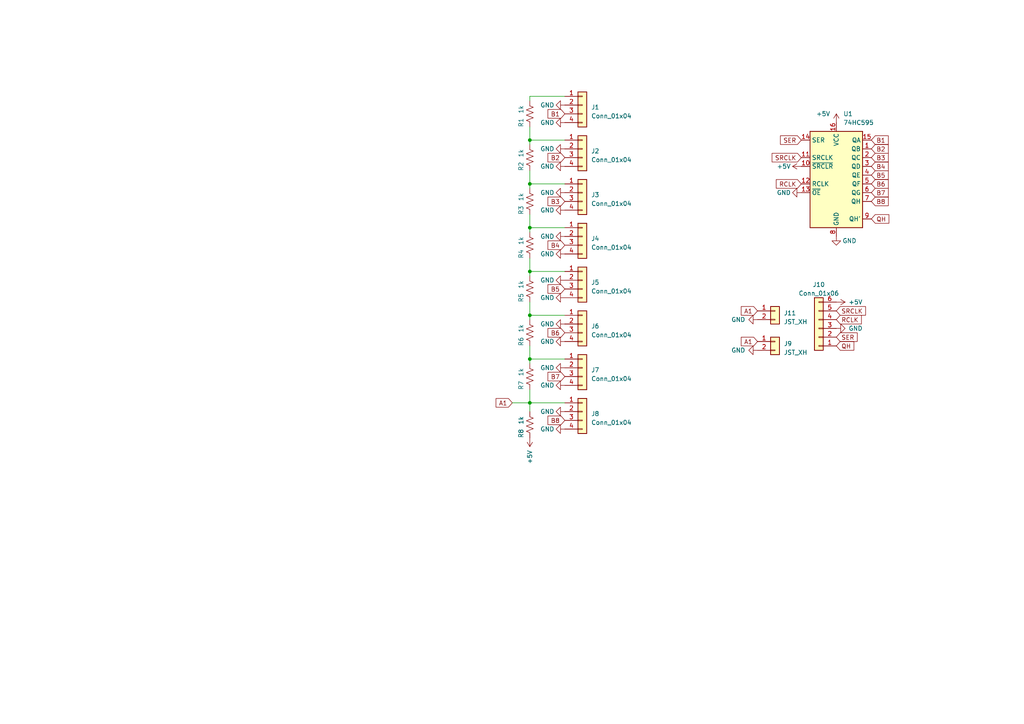
<source format=kicad_sch>
(kicad_sch (version 20230121) (generator eeschema)
  (paper "A4")
  (lib_symbols
    (symbol "4ms_Power:+5V" (power) (pin_names (offset 0))
      (property "Value" "+5V" (at 0 3.556 0))
      (symbol "+5V_0_1"
        (polyline (pts (xy -0.762 1.27) (xy 0 2.54)))
        (polyline (pts (xy 0 0) (xy 0 2.54)))
        (polyline (pts (xy 0 2.54) (xy 0.762 1.27)))
      )
      (symbol "+5V_1_1"
        (pin power_in line (at 0 0 90) (length 0) hide (name "+5V") (number "1"))
      )
    )
    (symbol "4ms_Power:GND" (power) (pin_names (offset 0))
      (property "Value" "GND" (at 0 -3.81 0))
      (symbol "GND_0_1"
        (polyline (pts (xy 0 0) (xy 0 -1.27) (xy 1.27 -1.27) (xy 0 -2.54) (xy -1.27 -1.27) (xy 0 -1.27)))
      )
      (symbol "GND_1_1"
        (pin power_in line (at 0 0 270) (length 0) hide (name "GND") (number "1"))
      )
    )
    (symbol "74xx:74HC595"
      (property "Reference" "U" (at -7.62 13.97 0))
      (property "Value" "74HC595" (at -7.62 -16.51 0))
      (symbol "74HC595_1_0"
        (pin tri_state line (at 10.16 7.62 180) (length 2.54) (name "QB") (number "1"))
        (pin input line (at -10.16 2.54 0) (length 2.54) (name "~{SRCLR}") (number "10"))
        (pin input line (at -10.16 5.08 0) (length 2.54) (name "SRCLK") (number "11"))
        (pin input line (at -10.16 -2.54 0) (length 2.54) (name "RCLK") (number "12"))
        (pin input line (at -10.16 -5.08 0) (length 2.54) (name "~{OE}") (number "13"))
        (pin input line (at -10.16 10.16 0) (length 2.54) (name "SER") (number "14"))
        (pin tri_state line (at 10.16 10.16 180) (length 2.54) (name "QA") (number "15"))
        (pin power_in line (at 0 15.24 270) (length 2.54) (name "VCC") (number "16"))
        (pin tri_state line (at 10.16 5.08 180) (length 2.54) (name "QC") (number "2"))
        (pin tri_state line (at 10.16 2.54 180) (length 2.54) (name "QD") (number "3"))
        (pin tri_state line (at 10.16 0 180) (length 2.54) (name "QE") (number "4"))
        (pin tri_state line (at 10.16 -2.54 180) (length 2.54) (name "QF") (number "5"))
        (pin tri_state line (at 10.16 -5.08 180) (length 2.54) (name "QG") (number "6"))
        (pin tri_state line (at 10.16 -7.62 180) (length 2.54) (name "QH") (number "7"))
        (pin power_in line (at 0 -17.78 90) (length 2.54) (name "GND") (number "8"))
        (pin output line (at 10.16 -12.7 180) (length 2.54) (name "QH'") (number "9"))
      )
      (symbol "74HC595_1_1"
        (rectangle (start -7.62 12.7) (end 7.62 -15.24) (stroke (width 0.254)) (fill (type background)))
      )
    )
    (symbol "Connector_Generic:Conn_01x02" (pin_names (offset 1.016) hide)
      (property "Reference" "J" (at 0 2.54 0))
      (property "Value" "Conn_01x02" (at 0 -5.08 0))
      (symbol "Conn_01x02_1_1"
        (rectangle (start -1.27 -2.413) (end 0 -2.667) (stroke (width 0.1524)))
        (rectangle (start -1.27 0.127) (end 0 -0.127) (stroke (width 0.1524)))
        (rectangle (start -1.27 1.27) (end 1.27 -3.81) (stroke (width 0.254)) (fill (type background)))
        (pin passive line (at -5.08 0 0) (length 3.81) (name "Pin_1") (number "1"))
        (pin passive line (at -5.08 -2.54 0) (length 3.81) (name "Pin_2") (number "2"))
      )
    )
    (symbol "Connector_Generic:Conn_01x04" (pin_names (offset 1.016) hide)
      (property "Reference" "J" (at 0 5.08 0))
      (property "Value" "Conn_01x04" (at 0 -7.62 0))
      (symbol "Conn_01x04_1_1"
        (rectangle (start -1.27 -4.953) (end 0 -5.207) (stroke (width 0.1524)))
        (rectangle (start -1.27 -2.413) (end 0 -2.667) (stroke (width 0.1524)))
        (rectangle (start -1.27 0.127) (end 0 -0.127) (stroke (width 0.1524)))
        (rectangle (start -1.27 2.667) (end 0 2.413) (stroke (width 0.1524)))
        (rectangle (start -1.27 3.81) (end 1.27 -6.35) (stroke (width 0.254)) (fill (type background)))
        (pin passive line (at -5.08 2.54 0) (length 3.81) (name "Pin_1") (number "1"))
        (pin passive line (at -5.08 0 0) (length 3.81) (name "Pin_2") (number "2"))
        (pin passive line (at -5.08 -2.54 0) (length 3.81) (name "Pin_3") (number "3"))
        (pin passive line (at -5.08 -5.08 0) (length 3.81) (name "Pin_4") (number "4"))
      )
    )
    (symbol "Connector_Generic:Conn_01x06" (pin_names (offset 1.016) hide)
      (property "Reference" "J" (at 0 7.62 0))
      (property "Value" "Conn_01x06" (at 0 -10.16 0))
      (symbol "Conn_01x06_1_1"
        (rectangle (start -1.27 -7.493) (end 0 -7.747) (stroke (width 0.1524)))
        (rectangle (start -1.27 -4.953) (end 0 -5.207) (stroke (width 0.1524)))
        (rectangle (start -1.27 -2.413) (end 0 -2.667) (stroke (width 0.1524)))
        (rectangle (start -1.27 0.127) (end 0 -0.127) (stroke (width 0.1524)))
        (rectangle (start -1.27 2.667) (end 0 2.413) (stroke (width 0.1524)))
        (rectangle (start -1.27 5.207) (end 0 4.953) (stroke (width 0.1524)))
        (rectangle (start -1.27 6.35) (end 1.27 -8.89) (stroke (width 0.254)) (fill (type background)))
        (pin passive line (at -5.08 5.08 0) (length 3.81) (name "Pin_1") (number "1"))
        (pin passive line (at -5.08 2.54 0) (length 3.81) (name "Pin_2") (number "2"))
        (pin passive line (at -5.08 0 0) (length 3.81) (name "Pin_3") (number "3"))
        (pin passive line (at -5.08 -2.54 0) (length 3.81) (name "Pin_4") (number "4"))
        (pin passive line (at -5.08 -5.08 0) (length 3.81) (name "Pin_5") (number "5"))
        (pin passive line (at -5.08 -7.62 0) (length 3.81) (name "Pin_6") (number "6"))
      )
    )
    (symbol "Device:R_US" (pin_numbers hide) (pin_names (offset 0))
      (property "Reference" "R" (at 2.54 0 90))
      (property "Value" "R_US" (at -2.54 0 90))
      (symbol "R_US_0_1"
        (polyline (pts (xy 0 -2.286) (xy 0 -2.54)))
        (polyline (pts (xy 0 2.286) (xy 0 2.54)))
        (polyline (pts (xy 0 -0.762) (xy 1.016 -1.143) (xy 0 -1.524) (xy -1.016 -1.905) (xy 0 -2.286)))
        (polyline (pts (xy 0 0.762) (xy 1.016 0.381) (xy 0 0) (xy -1.016 -0.381) (xy 0 -0.762)))
        (polyline (pts (xy 0 2.286) (xy 1.016 1.905) (xy 0 1.524) (xy -1.016 1.143) (xy 0 0.762)))
      )
      (symbol "R_US_1_1"
        (pin passive line (at 0 3.81 270) (length 1.27) (name "~") (number "1"))
        (pin passive line (at 0 -3.81 90) (length 1.27) (name "~") (number "2"))
      )
    )
    (symbol "power:+5V" (power) (pin_names (offset 0))
      (property "Value" "+5V" (at 0 3.556 0))
      (symbol "+5V_0_1"
        (polyline (pts (xy -0.762 1.27) (xy 0 2.54)))
        (polyline (pts (xy 0 0) (xy 0 2.54)))
        (polyline (pts (xy 0 2.54) (xy 0.762 1.27)))
      )
      (symbol "+5V_1_1"
        (pin power_in line (at 0 0 90) (length 0) hide (name "+5V") (number "1"))
      )
    )
    (symbol "power:GND" (power) (pin_names (offset 0))
      (property "Value" "GND" (at 0 -3.81 0))
      (symbol "GND_0_1"
        (polyline (pts (xy 0 0) (xy 0 -1.27) (xy 1.27 -1.27) (xy 0 -2.54) (xy -1.27 -1.27) (xy 0 -1.27)))
      )
      (symbol "GND_1_1"
        (pin power_in line (at 0 0 270) (length 0) hide (name "GND") (number "1"))
      )
    )
  )
  (junction (at 153.67 104.14))
  (junction (at 153.67 53.34))
  (junction (at 153.67 91.44))
  (junction (at 153.67 78.74))
  (junction (at 153.67 116.84))
  (junction (at 153.67 66.04))
  (junction (at 153.67 40.64))
  (wire (pts (xy 153.67 27.94) (xy 153.67 29.21)))
  (wire (pts (xy 153.67 113.03) (xy 153.67 116.84)))
  (wire (pts (xy 153.67 91.44) (xy 153.67 92.71)))
  (wire (pts (xy 153.67 116.84) (xy 153.67 119.38)))
  (wire (pts (xy 163.83 27.94) (xy 153.67 27.94)))
  (wire (pts (xy 148.59 116.84) (xy 153.67 116.84)))
  (wire (pts (xy 153.67 36.83) (xy 153.67 40.64)))
  (wire (pts (xy 153.67 87.63) (xy 153.67 91.44)))
  (wire (pts (xy 153.67 104.14) (xy 153.67 105.41)))
  (wire (pts (xy 163.83 53.34) (xy 153.67 53.34)))
  (wire (pts (xy 153.67 78.74) (xy 153.67 80.01)))
  (wire (pts (xy 153.67 40.64) (xy 153.67 41.91)))
  (wire (pts (xy 153.67 100.33) (xy 153.67 104.14)))
  (wire (pts (xy 153.67 78.74) (xy 163.83 78.74)))
  (wire (pts (xy 153.67 116.84) (xy 163.83 116.84)))
  (wire (pts (xy 153.67 104.14) (xy 163.83 104.14)))
  (wire (pts (xy 153.67 40.64) (xy 163.83 40.64)))
  (wire (pts (xy 153.67 53.34) (xy 153.67 54.61)))
  (wire (pts (xy 153.67 91.44) (xy 163.83 91.44)))
  (wire (pts (xy 153.67 66.04) (xy 163.83 66.04)))
  (wire (pts (xy 153.67 66.04) (xy 153.67 67.31)))
  (wire (pts (xy 153.67 49.53) (xy 153.67 53.34)))
  (wire (pts (xy 153.67 62.23) (xy 153.67 66.04)))
  (wire (pts (xy 153.67 74.93) (xy 153.67 78.74)))
  (global_label "B6" (shape input) (at 163.83 96.52 180) (property "Intersheetrefs" "${INTERSHEET_REFS}" (effects hide)))
  (global_label "RCLK" (shape input) (at 232.41 53.34 180) (property "Intersheetrefs" "${INTERSHEET_REFS}" (effects hide)))
  (global_label "RCLK" (shape input) (at 242.57 92.71 0) (property "Intersheetrefs" "${INTERSHEET_REFS}" (effects hide)))
  (global_label "B5" (shape input) (at 163.83 83.82 180) (property "Intersheetrefs" "${INTERSHEET_REFS}" (effects hide)))
  (global_label "SRCLK" (shape input) (at 232.41 45.72 180) (property "Intersheetrefs" "${INTERSHEET_REFS}" (effects hide)))
  (global_label "SRCLK" (shape input) (at 242.57 90.17 0) (property "Intersheetrefs" "${INTERSHEET_REFS}" (effects hide)))
  (global_label "B2" (shape input) (at 163.83 45.72 180) (property "Intersheetrefs" "${INTERSHEET_REFS}" (effects hide)))
  (global_label "B5" (shape input) (at 252.73 50.8 0) (property "Intersheetrefs" "${INTERSHEET_REFS}" (effects hide)))
  (global_label "A1" (shape input) (at 219.71 99.06 180) (property "Intersheetrefs" "${INTERSHEET_REFS}" (effects hide)))
  (global_label "B3" (shape input) (at 252.73 45.72 0) (property "Intersheetrefs" "${INTERSHEET_REFS}" (effects hide)))
  (global_label "QH" (shape input) (at 252.73 63.5 0) (property "Intersheetrefs" "${INTERSHEET_REFS}" (effects hide)))
  (global_label "B8" (shape input) (at 163.83 121.92 180) (property "Intersheetrefs" "${INTERSHEET_REFS}" (effects hide)))
  (global_label "QH" (shape input) (at 242.57 100.33 0) (property "Intersheetrefs" "${INTERSHEET_REFS}" (effects hide)))
  (global_label "B3" (shape input) (at 163.83 58.42 180) (property "Intersheetrefs" "${INTERSHEET_REFS}" (effects hide)))
  (global_label "B1" (shape input) (at 252.73 40.64 0) (property "Intersheetrefs" "${INTERSHEET_REFS}" (effects hide)))
  (global_label "A1" (shape input) (at 148.59 116.84 180) (property "Intersheetrefs" "${INTERSHEET_REFS}" (effects hide)))
  (global_label "SER" (shape input) (at 232.41 40.64 180) (property "Intersheetrefs" "${INTERSHEET_REFS}" (effects hide)))
  (global_label "B7" (shape input) (at 163.83 109.22 180) (property "Intersheetrefs" "${INTERSHEET_REFS}" (effects hide)))
  (global_label "B4" (shape input) (at 163.83 71.12 180) (property "Intersheetrefs" "${INTERSHEET_REFS}" (effects hide)))
  (global_label "B6" (shape input) (at 252.73 53.34 0) (property "Intersheetrefs" "${INTERSHEET_REFS}" (effects hide)))
  (global_label "B7" (shape input) (at 252.73 55.88 0) (property "Intersheetrefs" "${INTERSHEET_REFS}" (effects hide)))
  (global_label "B8" (shape input) (at 252.73 58.42 0) (property "Intersheetrefs" "${INTERSHEET_REFS}" (effects hide)))
  (global_label "A1" (shape input) (at 219.71 90.17 180) (property "Intersheetrefs" "${INTERSHEET_REFS}" (effects hide)))
  (global_label "B1" (shape input) (at 163.83 33.02 180) (property "Intersheetrefs" "${INTERSHEET_REFS}" (effects hide)))
  (global_label "B4" (shape input) (at 252.73 48.26 0) (property "Intersheetrefs" "${INTERSHEET_REFS}" (effects hide)))
  (global_label "B2" (shape input) (at 252.73 43.18 0) (property "Intersheetrefs" "${INTERSHEET_REFS}" (effects hide)))
  (global_label "SER" (shape input) (at 242.57 97.79 0) (property "Intersheetrefs" "${INTERSHEET_REFS}" (effects hide)))
  (symbol (lib_id "Device:R_US") (at 153.67 33.02 0) (unit 1)
    (property "Reference" "R1" (at 151.13 35.56 90))
    (property "Value" "1k" (at 151.13 31.75 90))
    (property "Footprint" "Resistor_SMD:R_0603_1608Metric" (effects hide))
  )
  (symbol (lib_id "Device:R_US") (at 153.67 83.82 0) (unit 1)
    (property "Reference" "R5" (at 151.13 86.36 90))
    (property "Value" "1k" (at 151.13 82.55 90))
    (property "Footprint" "Resistor_SMD:R_0603_1608Metric" (effects hide))
  )
  (symbol (lib_id "power:GND") (at 163.83 81.28 270) (unit 1)
    (property "Reference" "#PWR013" (effects hide))
    (property "Value" "GND" (at 158.75 81.28 90))
  )
  (symbol (lib_id "4ms_Power:+5V") (at 153.67 127 180) (unit 1)
    (property "Reference" "#PWR023" (effects hide))
    (property "Value" "+5V" (at 153.67 134.62 90) (effects (justify right)))
  )
  (symbol (lib_id "power:GND") (at 163.83 86.36 270) (unit 1)
    (property "Reference" "#PWR014" (effects hide))
    (property "Value" "GND" (at 158.75 86.36 90))
  )
  (symbol (lib_id "4ms_Power:+5V") (at 242.57 87.63 270) (unit 1)
    (property "Reference" "#PWR09" (effects hide))
    (property "Value" "+5V" (at 250.19 87.63 90) (effects (justify right)))
  )
  (symbol (lib_id "Connector_Generic:Conn_01x02") (at 224.79 90.17 0) (unit 1)
    (property "Reference" "J11" (at 227.33 90.805 0) (effects (justify left)))
    (property "Value" "JST_XH" (at 227.33 93.345 0) (effects (justify left)))
    (property "Footprint" "Connector_JST:JST_XH_B2B-XH-A_1x02_P2.50mm_Vertical" (effects hide))
  )
  (symbol (lib_id "Device:R_US") (at 153.67 123.19 0) (unit 1)
    (property "Reference" "R8" (at 151.13 125.73 90))
    (property "Value" "1k" (at 151.13 121.92 90))
    (property "Footprint" "Resistor_SMD:R_0603_1608Metric" (effects hide))
  )
  (symbol (lib_id "Connector_Generic:Conn_01x04") (at 168.91 93.98 0) (unit 1)
    (property "Reference" "J6" (at 171.45 94.615 0) (effects (justify left)))
    (property "Value" "Conn_01x04" (at 171.45 97.155 0) (effects (justify left)))
    (property "Footprint" "Connector_JST:JST_XH_B4B-XH-A_1x04_P2.50mm_Vertical" (effects hide))
  )
  (symbol (lib_id "4ms_Power:GND") (at 242.57 95.25 90) (unit 1)
    (property "Reference" "#PWR010" (effects hide))
    (property "Value" "GND" (at 250.19 95.25 90) (effects (justify left)))
  )
  (symbol (lib_id "power:GND") (at 163.83 124.46 270) (unit 1)
    (property "Reference" "#PWR022" (effects hide))
    (property "Value" "GND" (at 158.75 124.46 90))
  )
  (symbol (lib_id "power:GND") (at 232.41 55.88 270) (unit 1)
    (property "Reference" "#PWR02" (effects hide))
    (property "Value" "GND" (at 227.33 55.88 90))
  )
  (symbol (lib_id "power:GND") (at 163.83 43.18 270) (unit 1)
    (property "Reference" "#PWR03" (effects hide))
    (property "Value" "GND" (at 158.75 43.18 90))
  )
  (symbol (lib_id "Device:R_US") (at 153.67 45.72 0) (unit 1)
    (property "Reference" "R2" (at 151.13 48.26 90))
    (property "Value" "1k" (at 151.13 44.45 90))
    (property "Footprint" "Resistor_SMD:R_0603_1608Metric" (effects hide))
  )
  (symbol (lib_id "power:GND") (at 163.83 30.48 270) (unit 1)
    (property "Reference" "#PWR016" (effects hide))
    (property "Value" "GND" (at 158.75 30.48 90))
  )
  (symbol (lib_id "Connector_Generic:Conn_01x02") (at 224.79 99.06 0) (unit 1)
    (property "Reference" "J9" (at 227.33 99.695 0) (effects (justify left)))
    (property "Value" "JST_XH" (at 227.33 102.235 0) (effects (justify left)))
    (property "Footprint" "Connector_JST:JST_XH_B2B-XH-A_1x02_P2.50mm_Vertical" (effects hide))
  )
  (symbol (lib_id "power:GND") (at 163.83 55.88 270) (unit 1)
    (property "Reference" "#PWR07" (effects hide))
    (property "Value" "GND" (at 158.75 55.88 90))
  )
  (symbol (lib_id "Connector_Generic:Conn_01x04") (at 168.91 119.38 0) (unit 1)
    (property "Reference" "J8" (at 171.45 120.015 0) (effects (justify left)))
    (property "Value" "Conn_01x04" (at 171.45 122.555 0) (effects (justify left)))
    (property "Footprint" "Connector_JST:JST_XH_B4B-XH-A_1x04_P2.50mm_Vertical" (effects hide))
  )
  (symbol (lib_id "power:GND") (at 163.83 60.96 270) (unit 1)
    (property "Reference" "#PWR08" (effects hide))
    (property "Value" "GND" (at 158.75 60.96 90))
  )
  (symbol (lib_id "Device:R_US") (at 153.67 96.52 0) (unit 1)
    (property "Reference" "R6" (at 151.13 99.06 90))
    (property "Value" "1k" (at 151.13 95.25 90))
    (property "Footprint" "Resistor_SMD:R_0603_1608Metric" (effects hide))
  )
  (symbol (lib_id "power:GND") (at 163.83 73.66 270) (unit 1)
    (property "Reference" "#PWR012" (effects hide))
    (property "Value" "GND" (at 158.75 73.66 90))
  )
  (symbol (lib_id "Device:R_US") (at 153.67 109.22 0) (unit 1)
    (property "Reference" "R7" (at 151.13 111.76 90))
    (property "Value" "1k" (at 151.13 107.95 90))
    (property "Footprint" "Resistor_SMD:R_0603_1608Metric" (effects hide))
  )
  (symbol (lib_id "power:GND") (at 163.83 119.38 270) (unit 1)
    (property "Reference" "#PWR021" (effects hide))
    (property "Value" "GND" (at 158.75 119.38 90))
  )
  (symbol (lib_id "74xx:74HC595") (at 242.57 50.8 0) (unit 1)
    (property "Reference" "U1" (at 244.5894 33.02 0) (effects (justify left)))
    (property "Value" "74HC595" (at 244.5894 35.56 0) (effects (justify left)))
    (property "Footprint" "Package_SO:SOIC-16_3.9x9.9mm_P1.27mm" (effects hide))
    (property "Datasheet" "http://www.ti.com/lit/ds/symlink/sn74hc595.pdf" (effects hide))
  )
  (symbol (lib_id "power:GND") (at 163.83 106.68 270) (unit 1)
    (property "Reference" "#PWR019" (effects hide))
    (property "Value" "GND" (at 158.75 106.68 90))
  )
  (symbol (lib_id "power:GND") (at 163.83 68.58 270) (unit 1)
    (property "Reference" "#PWR011" (effects hide))
    (property "Value" "GND" (at 158.75 68.58 90))
  )
  (symbol (lib_id "Connector_Generic:Conn_01x04") (at 168.91 55.88 0) (unit 1)
    (property "Reference" "J3" (at 171.45 56.515 0) (effects (justify left)))
    (property "Value" "Conn_01x04" (at 171.45 59.055 0) (effects (justify left)))
    (property "Footprint" "Connector_JST:JST_XH_B4B-XH-A_1x04_P2.50mm_Vertical" (effects hide))
  )
  (symbol (lib_id "4ms_Power:GND") (at 219.71 92.71 270) (unit 1)
    (property "Reference" "#PWR024" (effects hide))
    (property "Value" "GND" (at 212.09 92.71 90) (effects (justify left)))
  )
  (symbol (lib_id "Device:R_US") (at 153.67 71.12 0) (unit 1)
    (property "Reference" "R4" (at 151.13 73.66 90))
    (property "Value" "1k" (at 151.13 69.85 90))
    (property "Footprint" "Resistor_SMD:R_0603_1608Metric" (effects hide))
  )
  (symbol (lib_id "power:+5V") (at 232.41 48.26 90) (unit 1)
    (property "Reference" "#PWR01" (effects hide))
    (property "Value" "+5V" (at 227.33 48.26 90))
  )
  (symbol (lib_id "power:GND") (at 163.83 48.26 270) (unit 1)
    (property "Reference" "#PWR04" (effects hide))
    (property "Value" "GND" (at 158.75 48.26 90))
  )
  (symbol (lib_id "power:GND") (at 242.57 68.58 0) (unit 1)
    (property "Reference" "#PWR06" (effects hide))
    (property "Value" "GND" (at 246.38 69.85 0))
  )
  (symbol (lib_id "Connector_Generic:Conn_01x04") (at 168.91 68.58 0) (unit 1)
    (property "Reference" "J4" (at 171.45 69.215 0) (effects (justify left)))
    (property "Value" "Conn_01x04" (at 171.45 71.755 0) (effects (justify left)))
    (property "Footprint" "Connector_JST:JST_XH_B4B-XH-A_1x04_P2.50mm_Vertical" (effects hide))
  )
  (symbol (lib_id "Connector_Generic:Conn_01x04") (at 168.91 43.18 0) (unit 1)
    (property "Reference" "J2" (at 171.45 43.815 0) (effects (justify left)))
    (property "Value" "Conn_01x04" (at 171.45 46.355 0) (effects (justify left)))
    (property "Footprint" "Connector_JST:JST_XH_B4B-XH-A_1x04_P2.50mm_Vertical" (effects hide))
  )
  (symbol (lib_id "power:+5V") (at 242.57 35.56 0) (unit 1)
    (property "Reference" "#PWR05" (effects hide))
    (property "Value" "+5V" (at 238.76 33.02 0))
  )
  (symbol (lib_id "power:GND") (at 163.83 93.98 270) (unit 1)
    (property "Reference" "#PWR017" (effects hide))
    (property "Value" "GND" (at 158.75 93.98 90))
  )
  (symbol (lib_id "Connector_Generic:Conn_01x04") (at 168.91 81.28 0) (unit 1)
    (property "Reference" "J5" (at 171.45 81.915 0) (effects (justify left)))
    (property "Value" "Conn_01x04" (at 171.45 84.455 0) (effects (justify left)))
    (property "Footprint" "Connector_JST:JST_XH_B4B-XH-A_1x04_P2.50mm_Vertical" (effects hide))
  )
  (symbol (lib_id "Connector_Generic:Conn_01x06") (at 237.49 95.25 180) (unit 1)
    (property "Reference" "J10" (at 237.49 82.55 0))
    (property "Value" "Conn_01x06" (at 237.49 85.09 0))
    (property "Footprint" "Connector_PinSocket_2.54mm:PinSocket_1x06_P2.54mm_Vertical" (effects hide))
  )
  (symbol (lib_id "4ms_Power:GND") (at 219.71 101.6 270) (unit 1)
    (property "Reference" "#PWR025" (effects hide))
    (property "Value" "GND" (at 212.09 101.6 90) (effects (justify left)))
  )
  (symbol (lib_id "Connector_Generic:Conn_01x04") (at 168.91 106.68 0) (unit 1)
    (property "Reference" "J7" (at 171.45 107.315 0) (effects (justify left)))
    (property "Value" "Conn_01x04" (at 171.45 109.855 0) (effects (justify left)))
    (property "Footprint" "Connector_JST:JST_XH_B4B-XH-A_1x04_P2.50mm_Vertical" (effects hide))
  )
  (symbol (lib_id "power:GND") (at 163.83 99.06 270) (unit 1)
    (property "Reference" "#PWR018" (effects hide))
    (property "Value" "GND" (at 158.75 99.06 90))
  )
  (symbol (lib_id "power:GND") (at 163.83 35.56 270) (unit 1)
    (property "Reference" "#PWR015" (effects hide))
    (property "Value" "GND" (at 158.75 35.56 90))
  )
  (symbol (lib_id "power:GND") (at 163.83 111.76 270) (unit 1)
    (property "Reference" "#PWR020" (effects hide))
    (property "Value" "GND" (at 158.75 111.76 90))
  )
  (symbol (lib_id "Connector_Generic:Conn_01x04") (at 168.91 30.48 0) (unit 1)
    (property "Reference" "J1" (at 171.45 31.115 0) (effects (justify left)))
    (property "Value" "Conn_01x04" (at 171.45 33.655 0) (effects (justify left)))
    (property "Footprint" "Connector_JST:JST_XH_B4B-XH-A_1x04_P2.50mm_Vertical" (effects hide))
  )
  (symbol (lib_id "Device:R_US") (at 153.67 58.42 0) (unit 1)
    (property "Reference" "R3" (at 151.13 60.96 90))
    (property "Value" "1k" (at 151.13 57.15 90))
    (property "Footprint" "Resistor_SMD:R_0603_1608Metric" (effects hide))
  )
)
</source>
